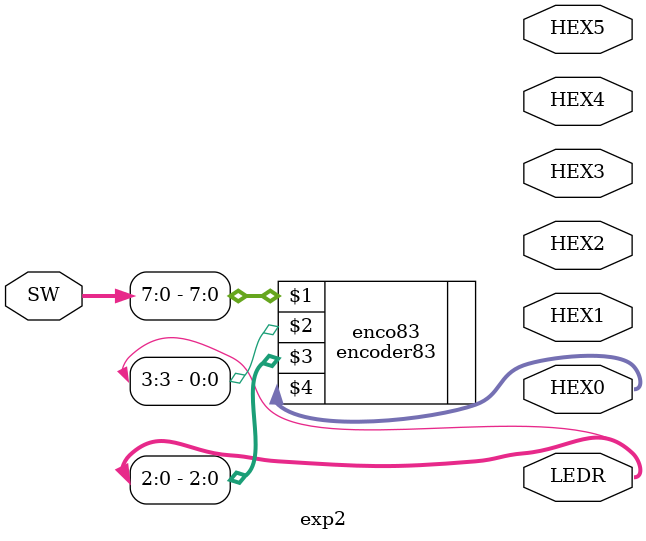
<source format=v>


module exp2(

	//////////// SW //////////
	input 		     [9:0]		SW,

	//////////// LED //////////
	output		     [9:0]		LEDR,

	//////////// Seg7 //////////
	output		     [6:0]		HEX0,
	output		     [6:0]		HEX1,
	output		     [6:0]		HEX2,
	output		     [6:0]		HEX3,
	output		     [6:0]		HEX4,
	output		     [6:0]		HEX5
);



//=======================================================
//  REG/WIRE declarations
//=======================================================


encoder83 enco83(SW[7:0],LEDR[3],LEDR[2:0],HEX0[6:0]);


//=======================================================
//  Structural coding
//=======================================================



endmodule

</source>
